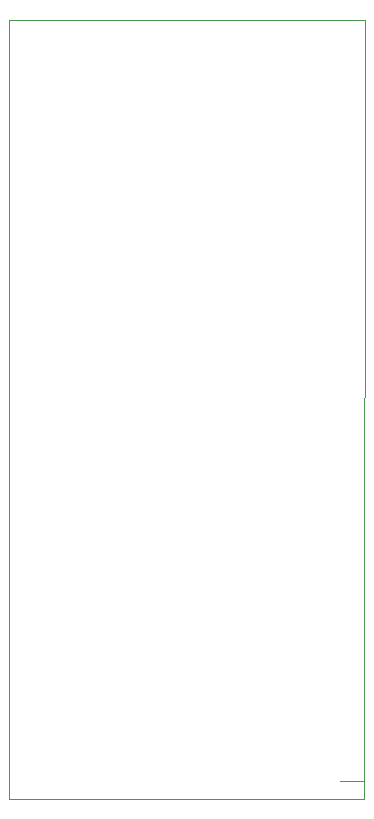
<source format=gm1>
%TF.GenerationSoftware,KiCad,Pcbnew,(5.1.12)-1*%
%TF.CreationDate,2022-08-18T12:31:04-07:00*%
%TF.ProjectId,HighPressureSensorArray,48696768-5072-4657-9373-75726553656e,rev?*%
%TF.SameCoordinates,Original*%
%TF.FileFunction,Profile,NP*%
%FSLAX46Y46*%
G04 Gerber Fmt 4.6, Leading zero omitted, Abs format (unit mm)*
G04 Created by KiCad (PCBNEW (5.1.12)-1) date 2022-08-18 12:31:04*
%MOMM*%
%LPD*%
G01*
G04 APERTURE LIST*
%TA.AperFunction,Profile*%
%ADD10C,0.050000*%
%TD*%
G04 APERTURE END LIST*
D10*
X114500000Y-31500000D02*
X144600000Y-31500000D01*
X114500000Y-96000000D02*
X114500000Y-31500000D01*
X114500000Y-96000000D02*
X114500000Y-97500000D01*
X144500000Y-97500000D02*
X144500000Y-96000000D01*
X114500000Y-97500000D02*
X144500000Y-97500000D01*
X144500000Y-96000000D02*
X144600000Y-31500000D01*
X142500000Y-96000000D02*
X144500000Y-96000000D01*
M02*

</source>
